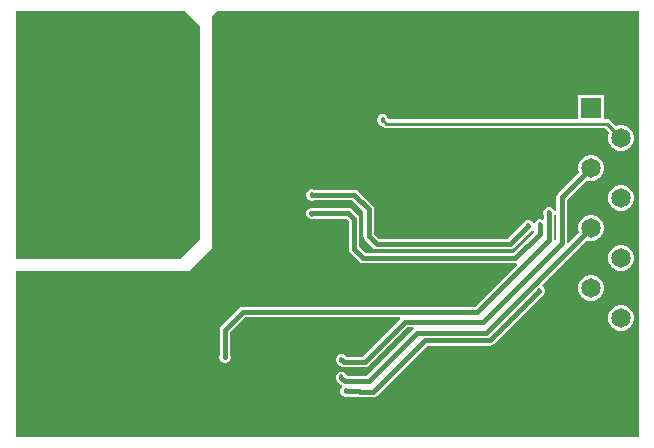
<source format=gbl>
G04*
G04 #@! TF.GenerationSoftware,Altium Limited,Altium Designer,23.1.1 (15)*
G04*
G04 Layer_Physical_Order=4*
G04 Layer_Color=16711680*
%FSLAX24Y24*%
%MOIN*%
G70*
G04*
G04 #@! TF.SameCoordinates,EDFB4F86-8D80-4751-AEB2-894B5B2271B4*
G04*
G04*
G04 #@! TF.FilePolarity,Positive*
G04*
G01*
G75*
%ADD16C,0.0100*%
%ADD47C,0.0150*%
%ADD49C,0.0650*%
%ADD50R,0.0650X0.0650*%
%ADD51C,0.0180*%
%ADD52C,0.0200*%
G36*
X6365Y13920D02*
Y6813D01*
X5685Y6133D01*
X204D01*
Y14429D01*
X5856D01*
X6365Y13920D01*
D02*
G37*
G36*
X20981Y204D02*
X204D01*
Y5733D01*
X5985D01*
X6735Y6483D01*
Y14233D01*
X6931Y14429D01*
X20981D01*
Y204D01*
D02*
G37*
%LPC*%
G36*
X19810Y11608D02*
X18960D01*
Y10810D01*
X12625D01*
Y10820D01*
X12596Y10890D01*
X12543Y10944D01*
X12473Y10973D01*
X12397D01*
X12328Y10944D01*
X12274Y10890D01*
X12245Y10820D01*
Y10745D01*
X12274Y10675D01*
X12328Y10622D01*
X12397Y10593D01*
X12409D01*
X12452Y10549D01*
X12502Y10516D01*
X12560Y10505D01*
X19847D01*
X19995Y10357D01*
X19989Y10347D01*
X19960Y10239D01*
Y10127D01*
X19989Y10019D01*
X20045Y9922D01*
X20124Y9843D01*
X20221Y9787D01*
X20329Y9758D01*
X20441D01*
X20549Y9787D01*
X20646Y9843D01*
X20725Y9922D01*
X20781Y10019D01*
X20810Y10127D01*
Y10239D01*
X20781Y10347D01*
X20725Y10444D01*
X20646Y10523D01*
X20549Y10579D01*
X20441Y10608D01*
X20329D01*
X20221Y10579D01*
X20211Y10573D01*
X20019Y10766D01*
X19969Y10799D01*
X19910Y10810D01*
X19810D01*
Y11608D01*
D02*
G37*
G36*
X19441Y9607D02*
X19329D01*
X19221Y9579D01*
X19124Y9523D01*
X19045Y9444D01*
X18989Y9347D01*
X18960Y9239D01*
Y9127D01*
X18985Y9035D01*
X18278Y8328D01*
X18240Y8270D01*
X18226Y8202D01*
Y6768D01*
X18209Y6756D01*
X18169Y6779D01*
X18164Y6785D01*
Y7617D01*
X18175Y7645D01*
Y7720D01*
X18146Y7790D01*
X18093Y7844D01*
X18023Y7873D01*
X17947D01*
X17878Y7844D01*
X17824Y7790D01*
X17795Y7720D01*
Y7645D01*
X17807Y7617D01*
Y7492D01*
X17757Y7459D01*
X17723Y7473D01*
X17647D01*
X17578Y7444D01*
X17524Y7390D01*
X17511Y7359D01*
X17457D01*
X17456Y7360D01*
X17403Y7414D01*
X17333Y7443D01*
X17257D01*
X17188Y7414D01*
X17134Y7360D01*
X17123Y7332D01*
X16621Y6831D01*
X12309D01*
X12154Y6987D01*
Y7803D01*
X12154Y7803D01*
X12140Y7871D01*
X12101Y7929D01*
X12101Y7929D01*
X11621Y8409D01*
X11564Y8448D01*
X11495Y8461D01*
X10151D01*
X10123Y8473D01*
X10047D01*
X9978Y8444D01*
X9924Y8390D01*
X9895Y8320D01*
Y8245D01*
X9924Y8175D01*
X9978Y8122D01*
X10047Y8093D01*
X10123D01*
X10151Y8104D01*
X11421D01*
X11797Y7729D01*
Y6913D01*
X11810Y6844D01*
X11849Y6787D01*
X12109Y6527D01*
X12109Y6527D01*
X12167Y6488D01*
X12235Y6474D01*
X12235Y6474D01*
X16695D01*
X16764Y6488D01*
X16821Y6527D01*
X17375Y7080D01*
X17403Y7092D01*
X17440Y7128D01*
X17490Y7108D01*
Y7057D01*
X16790Y6357D01*
X11872D01*
X11659Y6569D01*
Y7478D01*
X11659Y7478D01*
X11645Y7546D01*
X11607Y7604D01*
X11607Y7604D01*
X11412Y7799D01*
X11354Y7838D01*
X11286Y7851D01*
X10117D01*
X10113Y7853D01*
X10037D01*
X9968Y7824D01*
X9945Y7801D01*
X9935Y7795D01*
X9929Y7785D01*
X9914Y7770D01*
X9906Y7751D01*
X9897Y7737D01*
X9893Y7719D01*
X9885Y7700D01*
Y7680D01*
X9883Y7668D01*
X9885Y7657D01*
Y7625D01*
X9914Y7555D01*
X9968Y7502D01*
X10037Y7473D01*
X10113D01*
X10165Y7494D01*
X11212D01*
X11302Y7404D01*
Y6495D01*
X11316Y6427D01*
X11354Y6369D01*
X11672Y6052D01*
X11730Y6013D01*
X11798Y6000D01*
X16863D01*
X16883Y6004D01*
X16908Y5957D01*
X15511Y4561D01*
X7785D01*
X7717Y4548D01*
X7659Y4509D01*
X7059Y3909D01*
X7020Y3851D01*
X7007Y3783D01*
Y2948D01*
X6995Y2921D01*
Y2845D01*
X7024Y2775D01*
X7078Y2722D01*
X7147Y2693D01*
X7223D01*
X7293Y2722D01*
X7346Y2775D01*
X7375Y2845D01*
Y2921D01*
X7364Y2948D01*
Y3709D01*
X7859Y4204D01*
X13004D01*
X13024Y4154D01*
X11761Y2891D01*
X11226D01*
X11173Y2944D01*
X11103Y2973D01*
X11027D01*
X10958Y2944D01*
X10904Y2890D01*
X10875Y2821D01*
Y2745D01*
X10904Y2675D01*
X10958Y2622D01*
X10999Y2604D01*
X11017Y2587D01*
X11075Y2548D01*
X11143Y2534D01*
X11143Y2534D01*
X11835D01*
X11904Y2548D01*
X11961Y2587D01*
X13243Y3868D01*
X13458D01*
X13473Y3818D01*
X13459Y3809D01*
X13459Y3809D01*
X11911Y2261D01*
X11249D01*
X11228Y2310D01*
X11175Y2364D01*
X11105Y2393D01*
X11029D01*
X10959Y2364D01*
X10906Y2310D01*
X10877Y2240D01*
Y2165D01*
X10906Y2095D01*
X10959Y2042D01*
X10965Y2039D01*
X11048Y1957D01*
X11082Y1934D01*
X11083Y1933D01*
X11088Y1874D01*
X11088Y1874D01*
X11054Y1840D01*
X11025Y1770D01*
Y1695D01*
X11054Y1625D01*
X11108Y1572D01*
X11177Y1543D01*
X11253D01*
X11281Y1554D01*
X11604D01*
X11616Y1546D01*
X11684Y1533D01*
X12124D01*
X12192Y1546D01*
X12250Y1585D01*
X13919Y3254D01*
X16010D01*
X16078Y3268D01*
X16136Y3307D01*
X17740Y4910D01*
X17768Y4922D01*
X17821Y4975D01*
X17850Y5045D01*
Y5121D01*
X17821Y5190D01*
X17768Y5244D01*
X17761Y5247D01*
X17751Y5296D01*
X19237Y6783D01*
X19329Y6758D01*
X19441D01*
X19549Y6787D01*
X19646Y6843D01*
X19725Y6922D01*
X19781Y7019D01*
X19810Y7127D01*
Y7239D01*
X19781Y7347D01*
X19725Y7444D01*
X19646Y7523D01*
X19549Y7579D01*
X19441Y7607D01*
X19329D01*
X19221Y7579D01*
X19124Y7523D01*
X19045Y7444D01*
X18989Y7347D01*
X18960Y7239D01*
Y7127D01*
X18985Y7035D01*
X18633Y6683D01*
X18583Y6703D01*
Y8128D01*
X19237Y8783D01*
X19329Y8758D01*
X19441D01*
X19549Y8787D01*
X19646Y8843D01*
X19725Y8922D01*
X19781Y9019D01*
X19810Y9127D01*
Y9239D01*
X19781Y9347D01*
X19725Y9444D01*
X19646Y9523D01*
X19549Y9579D01*
X19441Y9607D01*
D02*
G37*
G36*
X20441Y8608D02*
X20329D01*
X20221Y8579D01*
X20124Y8523D01*
X20045Y8444D01*
X19989Y8347D01*
X19960Y8239D01*
Y8127D01*
X19989Y8019D01*
X20045Y7922D01*
X20124Y7843D01*
X20221Y7787D01*
X20329Y7758D01*
X20441D01*
X20549Y7787D01*
X20646Y7843D01*
X20725Y7922D01*
X20781Y8019D01*
X20810Y8127D01*
Y8239D01*
X20781Y8347D01*
X20725Y8444D01*
X20646Y8523D01*
X20549Y8579D01*
X20441Y8608D01*
D02*
G37*
G36*
Y6607D02*
X20329D01*
X20221Y6579D01*
X20124Y6523D01*
X20045Y6444D01*
X19989Y6347D01*
X19960Y6239D01*
Y6127D01*
X19989Y6019D01*
X20045Y5922D01*
X20124Y5843D01*
X20221Y5787D01*
X20329Y5758D01*
X20441D01*
X20549Y5787D01*
X20646Y5843D01*
X20725Y5922D01*
X20781Y6019D01*
X20810Y6127D01*
Y6239D01*
X20781Y6347D01*
X20725Y6444D01*
X20646Y6523D01*
X20549Y6579D01*
X20441Y6607D01*
D02*
G37*
G36*
X19441Y5608D02*
X19329D01*
X19221Y5579D01*
X19124Y5523D01*
X19045Y5444D01*
X18989Y5347D01*
X18960Y5239D01*
Y5127D01*
X18989Y5019D01*
X19045Y4922D01*
X19124Y4843D01*
X19221Y4787D01*
X19329Y4758D01*
X19441D01*
X19549Y4787D01*
X19646Y4843D01*
X19725Y4922D01*
X19781Y5019D01*
X19810Y5127D01*
Y5239D01*
X19781Y5347D01*
X19725Y5444D01*
X19646Y5523D01*
X19549Y5579D01*
X19441Y5608D01*
D02*
G37*
G36*
X20441Y4608D02*
X20329D01*
X20221Y4579D01*
X20124Y4523D01*
X20045Y4444D01*
X19989Y4347D01*
X19960Y4239D01*
Y4127D01*
X19989Y4019D01*
X20045Y3922D01*
X20124Y3843D01*
X20221Y3787D01*
X20329Y3758D01*
X20441D01*
X20549Y3787D01*
X20646Y3843D01*
X20725Y3922D01*
X20781Y4019D01*
X20810Y4127D01*
Y4239D01*
X20781Y4347D01*
X20725Y4444D01*
X20646Y4523D01*
X20549Y4579D01*
X20441Y4608D01*
D02*
G37*
%LPD*%
D16*
X19910Y10658D02*
X20385Y10183D01*
X12560Y10658D02*
X19910D01*
X12435Y10783D02*
X12560Y10658D01*
D47*
X13845Y3433D02*
X16010D01*
X17660Y5083D01*
X17660D01*
X12124Y1711D02*
X13845Y3433D01*
X12235Y6653D02*
X16695D01*
X17295Y7253D01*
X11065Y2783D02*
X11073D01*
X11143Y2713D02*
X11835D01*
X11073Y2783D02*
X11143Y2713D01*
X11061Y2195D02*
X11174Y2083D01*
X11985D01*
X13585Y3683D01*
X11835Y2713D02*
X13169Y4046D01*
X10061Y7668D02*
X10102D01*
X10106Y7673D02*
X11286D01*
X11481Y7478D01*
X10102Y7668D02*
X10106Y7673D01*
X17668Y7257D02*
X17685Y7275D01*
X16863Y6178D02*
X17668Y6983D01*
X11798Y6178D02*
X16863D01*
X17685Y7275D02*
Y7283D01*
X11481Y6495D02*
X11798Y6178D01*
X17668Y6983D02*
Y7257D01*
X11481Y6495D02*
Y7478D01*
X17485Y5283D02*
Y5283D01*
X13585Y3683D02*
X15885D01*
X17485Y5283D01*
Y5283D02*
X19385Y7183D01*
X11215Y1733D02*
X11663D01*
X11684Y1711D02*
X12124D01*
X11663Y1733D02*
X11684Y1711D01*
X18404Y6673D02*
Y8202D01*
X19385Y9183D01*
X15778Y4046D02*
X18404Y6673D01*
X13169Y4046D02*
X15778D01*
X11975Y6913D02*
Y7803D01*
Y6913D02*
X12235Y6653D01*
X11495Y8283D02*
X11975Y7803D01*
X10085Y8283D02*
X11495D01*
X17985Y6783D02*
Y7683D01*
X15585Y4383D02*
X17985Y6783D01*
X7785Y4383D02*
X15585D01*
X7185Y3783D02*
X7785Y4383D01*
X7185Y2883D02*
Y3783D01*
D49*
X20385Y6183D02*
D03*
X19385D02*
D03*
X20385Y7183D02*
D03*
X19385D02*
D03*
X20385Y10183D02*
D03*
X19385D02*
D03*
X20385Y11183D02*
D03*
X19385Y9183D02*
D03*
X20385D02*
D03*
X19385Y8183D02*
D03*
X20385D02*
D03*
X19385Y5183D02*
D03*
Y4183D02*
D03*
X20385Y5183D02*
D03*
Y4183D02*
D03*
D50*
X19385Y11183D02*
D03*
D51*
X13485Y13383D02*
D03*
X13935D02*
D03*
X14385D02*
D03*
X14835D02*
D03*
X15285D02*
D03*
X15735D02*
D03*
X12435Y10783D02*
D03*
X10785Y393D02*
D03*
X17660Y5083D02*
D03*
X17295Y7253D02*
D03*
X16299Y3146D02*
D03*
X11065Y2783D02*
D03*
X11067Y2203D02*
D03*
X11215Y1733D02*
D03*
X8185Y10983D02*
D03*
X7685D02*
D03*
X7135Y9933D02*
D03*
Y10483D02*
D03*
Y10983D02*
D03*
Y11533D02*
D03*
Y12033D02*
D03*
Y12583D02*
D03*
Y13133D02*
D03*
X15735Y12783D02*
D03*
X15285D02*
D03*
X14835D02*
D03*
X14385D02*
D03*
X13935D02*
D03*
X13485D02*
D03*
X8685Y7233D02*
D03*
X12485Y6983D02*
D03*
X12935D02*
D03*
X13385D02*
D03*
X13835D02*
D03*
X14285D02*
D03*
X14735D02*
D03*
X15185D02*
D03*
X15635D02*
D03*
X16085D02*
D03*
X16535D02*
D03*
X12485Y7433D02*
D03*
X12935D02*
D03*
X13385D02*
D03*
X13835D02*
D03*
X14285D02*
D03*
X14735D02*
D03*
X15185D02*
D03*
X15635D02*
D03*
X16085D02*
D03*
X16535D02*
D03*
X12485Y7883D02*
D03*
X12935D02*
D03*
X13385D02*
D03*
X13835D02*
D03*
X14285D02*
D03*
X14735D02*
D03*
X15185D02*
D03*
X15635D02*
D03*
X16085D02*
D03*
X16535D02*
D03*
X12485Y8333D02*
D03*
X12935D02*
D03*
X13385D02*
D03*
X13835D02*
D03*
X14285D02*
D03*
X14735D02*
D03*
X15185D02*
D03*
X15635D02*
D03*
X16085D02*
D03*
X16535D02*
D03*
X12485Y8783D02*
D03*
X12935D02*
D03*
X13385D02*
D03*
X13835D02*
D03*
X14285D02*
D03*
X14735D02*
D03*
X15185D02*
D03*
X15635D02*
D03*
X16085D02*
D03*
X16535D02*
D03*
Y9233D02*
D03*
X16085D02*
D03*
X15635D02*
D03*
X15185D02*
D03*
X14735D02*
D03*
X14285D02*
D03*
X13835D02*
D03*
X13385D02*
D03*
X12935D02*
D03*
X12485D02*
D03*
X12255Y5353D02*
D03*
X12245Y4853D02*
D03*
X8685Y11533D02*
D03*
X8185D02*
D03*
X7685D02*
D03*
X8785Y13133D02*
D03*
X8235D02*
D03*
X7685D02*
D03*
X3585Y3283D02*
D03*
X3185D02*
D03*
X2785D02*
D03*
X2385D02*
D03*
X5885Y483D02*
D03*
X5385D02*
D03*
X4885D02*
D03*
X4385D02*
D03*
X5885Y883D02*
D03*
X5385D02*
D03*
X4885D02*
D03*
X4385D02*
D03*
X5885Y1283D02*
D03*
X5385D02*
D03*
X4885D02*
D03*
X4385D02*
D03*
X3885D02*
D03*
X3385D02*
D03*
X1985Y583D02*
D03*
X1585D02*
D03*
X1985Y983D02*
D03*
X1585D02*
D03*
X1985Y2383D02*
D03*
X1585D02*
D03*
X1985Y2783D02*
D03*
X1585D02*
D03*
X1985Y3283D02*
D03*
X1585D02*
D03*
X1185D02*
D03*
X5585Y3583D02*
D03*
X5185D02*
D03*
X3585Y3683D02*
D03*
X3185D02*
D03*
X2785D02*
D03*
X2385D02*
D03*
X1985D02*
D03*
X1585D02*
D03*
X1185D02*
D03*
X785D02*
D03*
X385D02*
D03*
X5985Y4083D02*
D03*
X5585D02*
D03*
X5185D02*
D03*
X4785D02*
D03*
X4385D02*
D03*
X3985D02*
D03*
X3585D02*
D03*
X3185D02*
D03*
X2785D02*
D03*
X2385D02*
D03*
X1985D02*
D03*
X1585D02*
D03*
X1185D02*
D03*
X785D02*
D03*
X385D02*
D03*
X7185Y4483D02*
D03*
X6785D02*
D03*
X6385D02*
D03*
X5985D02*
D03*
X5585D02*
D03*
X5185D02*
D03*
X4785D02*
D03*
X4385D02*
D03*
X3985D02*
D03*
X3585D02*
D03*
X3185D02*
D03*
X2785D02*
D03*
X2385D02*
D03*
X1985D02*
D03*
X1585D02*
D03*
X1185D02*
D03*
X785D02*
D03*
X385D02*
D03*
X7185Y4883D02*
D03*
X6785D02*
D03*
X6385D02*
D03*
X5985D02*
D03*
X5585D02*
D03*
X5185D02*
D03*
X4785D02*
D03*
X4385D02*
D03*
X3985D02*
D03*
X3585D02*
D03*
X3185D02*
D03*
X2785D02*
D03*
X2385D02*
D03*
X1985D02*
D03*
X1585D02*
D03*
X1185D02*
D03*
X785D02*
D03*
X385D02*
D03*
X7185Y5283D02*
D03*
X6785D02*
D03*
X6385D02*
D03*
X5985D02*
D03*
X5585D02*
D03*
X5185D02*
D03*
X4785D02*
D03*
X4385D02*
D03*
X3985D02*
D03*
X3585D02*
D03*
X3185D02*
D03*
X2785D02*
D03*
X2385D02*
D03*
X1985D02*
D03*
X1585D02*
D03*
X1185D02*
D03*
X785D02*
D03*
X385D02*
D03*
X16705Y3143D02*
D03*
X17685Y7283D02*
D03*
X10075Y7663D02*
D03*
X10085Y8283D02*
D03*
X17985Y7683D02*
D03*
X7185Y2883D02*
D03*
X665Y10173D02*
D03*
X1685Y10183D02*
D03*
X2085D02*
D03*
X2485D02*
D03*
X2885D02*
D03*
X1685Y10583D02*
D03*
X2085D02*
D03*
X5185Y6783D02*
D03*
X4785D02*
D03*
X4385D02*
D03*
X3985D02*
D03*
X3585D02*
D03*
X5185Y6383D02*
D03*
X4485Y7483D02*
D03*
X2785Y6383D02*
D03*
X2385D02*
D03*
X1985D02*
D03*
X1585D02*
D03*
X1185D02*
D03*
X785D02*
D03*
X385D02*
D03*
X4785D02*
D03*
X4385D02*
D03*
X3985D02*
D03*
X3585D02*
D03*
X3185D02*
D03*
X385Y6783D02*
D03*
X3685Y7483D02*
D03*
X4085D02*
D03*
X4485Y7883D02*
D03*
X4085D02*
D03*
X3685D02*
D03*
X1985Y7183D02*
D03*
X1585D02*
D03*
X1985Y7583D02*
D03*
X1585D02*
D03*
X1985Y8883D02*
D03*
X1585D02*
D03*
X1985Y9283D02*
D03*
X1585D02*
D03*
X4485Y8583D02*
D03*
X4085D02*
D03*
X3685D02*
D03*
X4485Y8983D02*
D03*
X4085D02*
D03*
X3685D02*
D03*
X4485Y9383D02*
D03*
X4085D02*
D03*
X3685D02*
D03*
X4485Y9783D02*
D03*
X4085D02*
D03*
X3685D02*
D03*
X4485Y10183D02*
D03*
X4085D02*
D03*
X3685D02*
D03*
X3285D02*
D03*
X4485Y10583D02*
D03*
X4085D02*
D03*
X3685D02*
D03*
X4485Y10983D02*
D03*
X4085D02*
D03*
X3685D02*
D03*
X4485Y11383D02*
D03*
X4085D02*
D03*
X3685D02*
D03*
X5885Y9583D02*
D03*
Y9983D02*
D03*
Y10383D02*
D03*
Y10783D02*
D03*
Y11183D02*
D03*
Y11583D02*
D03*
X1685Y13983D02*
D03*
X2085D02*
D03*
Y13583D02*
D03*
X2485Y13983D02*
D03*
X2885D02*
D03*
X3285D02*
D03*
X3685D02*
D03*
Y13583D02*
D03*
X4085Y13983D02*
D03*
Y13583D02*
D03*
X3685Y12783D02*
D03*
X4085D02*
D03*
X1635Y12733D02*
D03*
X4085Y13183D02*
D03*
X3685D02*
D03*
X2175Y11093D02*
D03*
X1645Y11103D02*
D03*
X2155Y11473D02*
D03*
X2145Y12723D02*
D03*
X2135Y13103D02*
D03*
X1635Y13113D02*
D03*
Y11473D02*
D03*
X1685Y13583D02*
D03*
X4485Y13183D02*
D03*
X6055Y7253D02*
D03*
Y7753D02*
D03*
Y8273D02*
D03*
X4485Y12783D02*
D03*
X5885Y11983D02*
D03*
Y12383D02*
D03*
X5285D02*
D03*
X5885Y12783D02*
D03*
X5285D02*
D03*
X4885D02*
D03*
X5885Y13583D02*
D03*
Y13183D02*
D03*
X5285D02*
D03*
X5885Y13983D02*
D03*
D52*
X1225Y10183D02*
D03*
M02*

</source>
